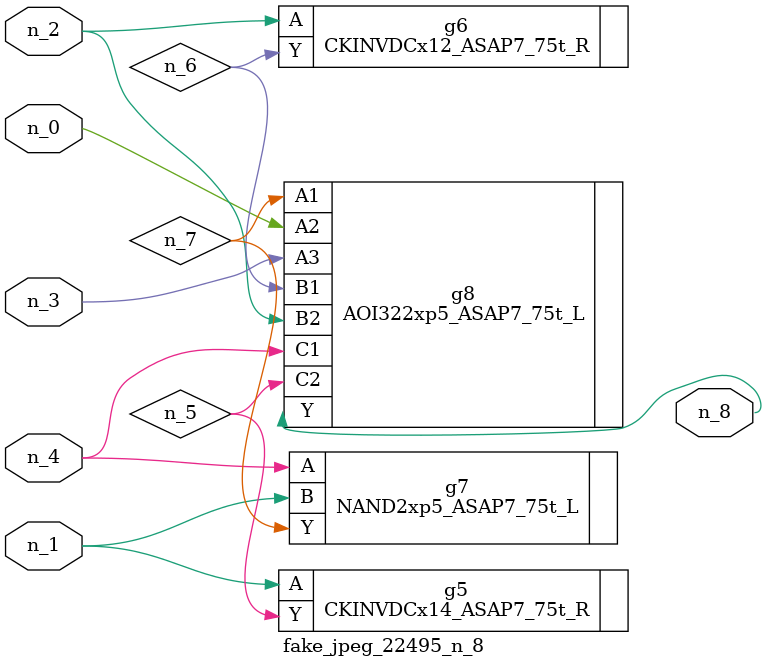
<source format=v>
module fake_jpeg_22495_n_8 (n_3, n_2, n_1, n_0, n_4, n_8);

input n_3;
input n_2;
input n_1;
input n_0;
input n_4;

output n_8;

wire n_6;
wire n_5;
wire n_7;

CKINVDCx14_ASAP7_75t_R g5 ( 
.A(n_1),
.Y(n_5)
);

CKINVDCx12_ASAP7_75t_R g6 ( 
.A(n_2),
.Y(n_6)
);

NAND2xp5_ASAP7_75t_L g7 ( 
.A(n_4),
.B(n_1),
.Y(n_7)
);

AOI322xp5_ASAP7_75t_L g8 ( 
.A1(n_7),
.A2(n_0),
.A3(n_3),
.B1(n_6),
.B2(n_2),
.C1(n_4),
.C2(n_5),
.Y(n_8)
);


endmodule
</source>
